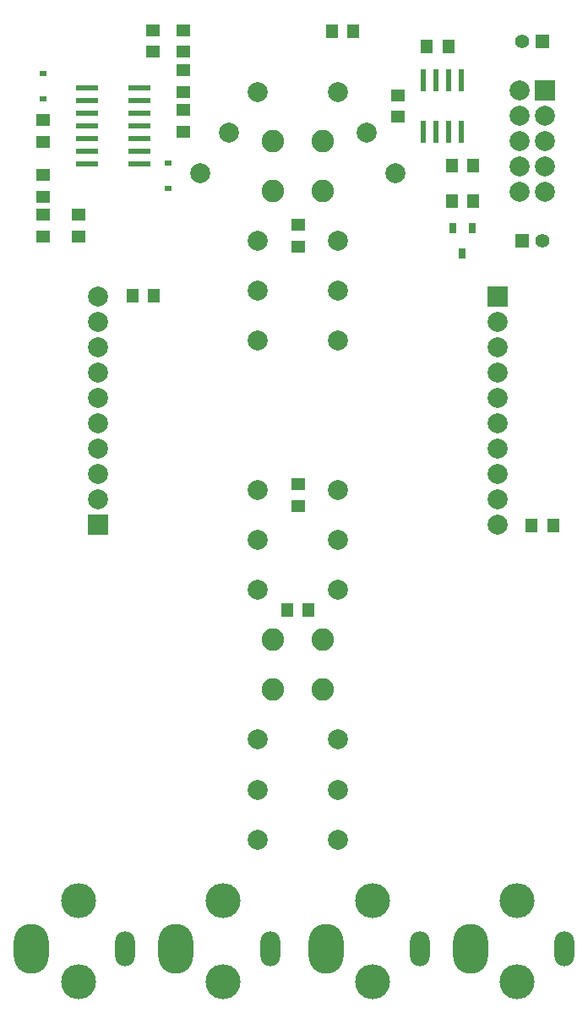
<source format=gbs>
G04 (created by PCBNEW (2013-07-07 BZR 4022)-stable) date 2014-05-25 10:59:23 PM*
%MOIN*%
G04 Gerber Fmt 3.4, Leading zero omitted, Abs format*
%FSLAX34Y34*%
G01*
G70*
G90*
G04 APERTURE LIST*
%ADD10C,0.00590551*%
%ADD11C,0.0787*%
%ADD12R,0.0787X0.0787*%
%ADD13R,0.0276X0.0394*%
%ADD14R,0.0236X0.0866*%
%ADD15R,0.03X0.024*%
%ADD16R,0.0866X0.0236*%
%ADD17R,0.055X0.045*%
%ADD18R,0.045X0.055*%
%ADD19O,0.137795X0.19685*%
%ADD20O,0.0787402X0.137795*%
%ADD21O,0.137795X0.137795*%
%ADD22C,0.0885827*%
%ADD23R,0.0551181X0.0551181*%
%ADD24C,0.0551181*%
G04 APERTURE END LIST*
G54D10*
G54D11*
X64870Y-44700D03*
X64870Y-43700D03*
X64870Y-45700D03*
X64870Y-42700D03*
G54D12*
X64870Y-41700D03*
G54D11*
X63870Y-41700D03*
X63870Y-42700D03*
X63870Y-43700D03*
X63870Y-44700D03*
X63870Y-45700D03*
G54D13*
X61614Y-48137D03*
X61989Y-47137D03*
X61239Y-47137D03*
G54D14*
X60076Y-41299D03*
X60576Y-41299D03*
X61076Y-41299D03*
X61576Y-41299D03*
X61576Y-43345D03*
X61076Y-43345D03*
X60576Y-43345D03*
X60076Y-43345D03*
G54D15*
X45078Y-42025D03*
X45078Y-41045D03*
X50000Y-44588D03*
X50000Y-45568D03*
G54D16*
X46811Y-44610D03*
X46811Y-44110D03*
X46811Y-43610D03*
X46811Y-43110D03*
X46811Y-42610D03*
X46811Y-42110D03*
X46811Y-41610D03*
X48857Y-41610D03*
X48857Y-42110D03*
X48857Y-42610D03*
X48857Y-43110D03*
X48857Y-43610D03*
X48857Y-44110D03*
X48857Y-44610D03*
G54D17*
X45078Y-42882D03*
X45078Y-43732D03*
G54D18*
X65188Y-58858D03*
X64338Y-58858D03*
G54D17*
X45078Y-45897D03*
X45078Y-45047D03*
X45078Y-46622D03*
X45078Y-47472D03*
X46456Y-47472D03*
X46456Y-46622D03*
G54D18*
X49440Y-49803D03*
X48590Y-49803D03*
X60204Y-39960D03*
X61054Y-39960D03*
G54D17*
X59055Y-42747D03*
X59055Y-41897D03*
G54D18*
X55543Y-62204D03*
X54693Y-62204D03*
G54D17*
X55118Y-57252D03*
X55118Y-58102D03*
X50590Y-43338D03*
X50590Y-42488D03*
X50590Y-40913D03*
X50590Y-41763D03*
X50590Y-40188D03*
X50590Y-39338D03*
X49409Y-39338D03*
X49409Y-40188D03*
X55118Y-47865D03*
X55118Y-47015D03*
G54D18*
X57314Y-39370D03*
X56464Y-39370D03*
X61189Y-44685D03*
X62039Y-44685D03*
X62039Y-46062D03*
X61189Y-46062D03*
G54D19*
X56220Y-75590D03*
G54D20*
X59921Y-75590D03*
G54D21*
X58070Y-73661D03*
X58070Y-76889D03*
G54D19*
X61929Y-75590D03*
G54D20*
X65629Y-75590D03*
G54D21*
X63779Y-73661D03*
X63779Y-76889D03*
G54D19*
X50314Y-75590D03*
G54D20*
X54015Y-75590D03*
G54D21*
X52165Y-73661D03*
X52165Y-76889D03*
G54D19*
X44606Y-75590D03*
G54D20*
X48307Y-75590D03*
G54D21*
X46456Y-73661D03*
X46456Y-76889D03*
G54D22*
X56102Y-65354D03*
X54133Y-65354D03*
X54133Y-63385D03*
X56102Y-63385D03*
X56102Y-45669D03*
X54133Y-45669D03*
X54133Y-43700D03*
X56102Y-43700D03*
G54D12*
X62992Y-49830D03*
G54D11*
X62992Y-50830D03*
X62992Y-51830D03*
X62992Y-52830D03*
X62992Y-53830D03*
X62992Y-54830D03*
X62992Y-55830D03*
X62992Y-56830D03*
X62992Y-57830D03*
X62992Y-58830D03*
G54D12*
X47244Y-58830D03*
G54D11*
X47244Y-57830D03*
X47244Y-56830D03*
X47244Y-55830D03*
X47244Y-54830D03*
X47244Y-53830D03*
X47244Y-52830D03*
X47244Y-51830D03*
X47244Y-50830D03*
X47244Y-49830D03*
G54D23*
X64763Y-39763D03*
G54D24*
X63976Y-39763D03*
G54D23*
X63976Y-47637D03*
G54D24*
X64763Y-47637D03*
G54D11*
X57832Y-43376D03*
X58961Y-44989D03*
X56703Y-41764D03*
X56692Y-49606D03*
X56692Y-51574D03*
X56692Y-47637D03*
X56692Y-59448D03*
X56692Y-61417D03*
X56692Y-57480D03*
X56692Y-69291D03*
X56692Y-71259D03*
X56692Y-67322D03*
X53543Y-69291D03*
X53543Y-67322D03*
X53543Y-71259D03*
X53543Y-59448D03*
X53543Y-57480D03*
X53543Y-61417D03*
X53543Y-49606D03*
X53543Y-47637D03*
X53543Y-51574D03*
X52404Y-43376D03*
X53533Y-41764D03*
X51275Y-44989D03*
M02*

</source>
